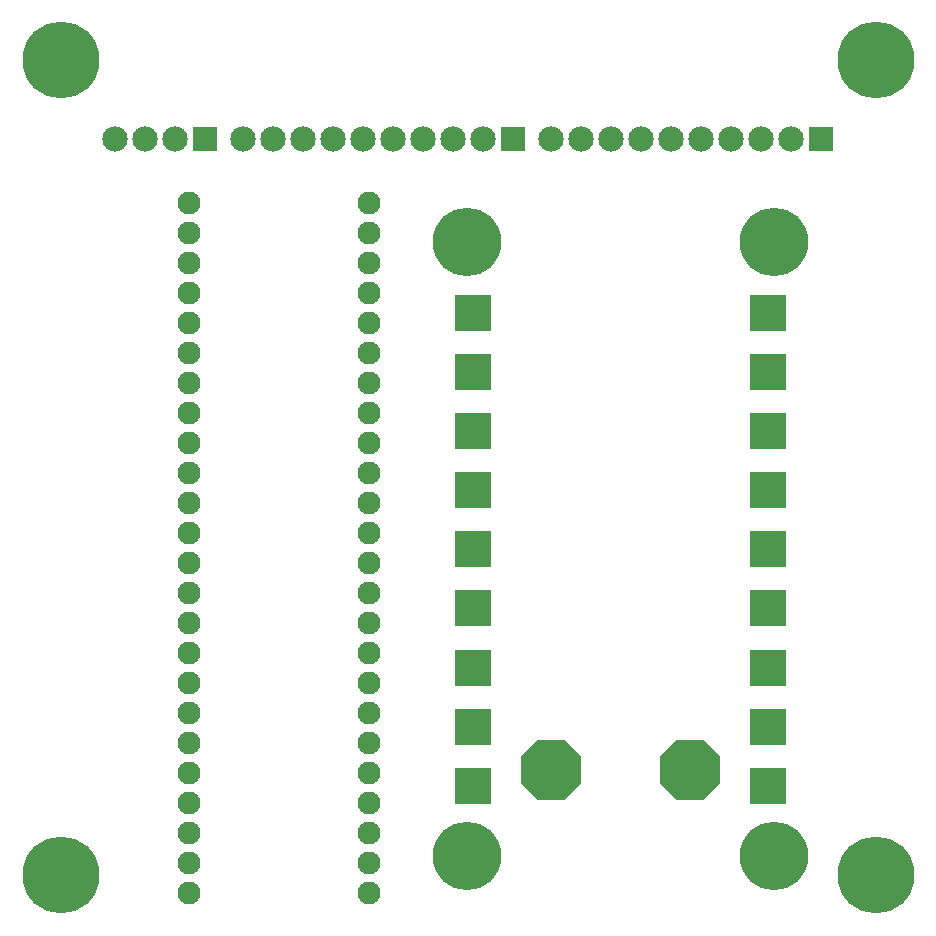
<source format=gbs>
G04*
G04 #@! TF.GenerationSoftware,Altium Limited,Altium Designer,20.1.11 (218)*
G04*
G04 Layer_Color=16711935*
%FSAX24Y24*%
%MOIN*%
G70*
G04*
G04 #@! TF.SameCoordinates,8D6CE9FB-AABF-4BDC-A6A6-A5C6F517AC22*
G04*
G04*
G04 #@! TF.FilePolarity,Negative*
G04*
G01*
G75*
%ADD22R,0.0846X0.0846*%
%ADD23C,0.0846*%
%ADD24C,0.0768*%
%ADD25R,0.1240X0.1240*%
%ADD26C,0.2283*%
%ADD27P,0.2195X8X292.5*%
%ADD28C,0.2559*%
%ADD29C,0.0559*%
D22*
X018690Y038401D02*
D03*
X039210Y038401D02*
D03*
X028950D02*
D03*
D23*
X017690D02*
D03*
X016690Y038401D02*
D03*
X015690D02*
D03*
X038210Y038401D02*
D03*
X037210D02*
D03*
X036210Y038401D02*
D03*
X035210Y038401D02*
D03*
X034210D02*
D03*
X033210Y038401D02*
D03*
X032210Y038401D02*
D03*
X031210D02*
D03*
X030210D02*
D03*
X027950D02*
D03*
X026950D02*
D03*
X025950Y038401D02*
D03*
X024950Y038401D02*
D03*
X023950D02*
D03*
X022950Y038401D02*
D03*
X021950Y038401D02*
D03*
X020950D02*
D03*
X019950D02*
D03*
D24*
X018143Y018273D02*
D03*
X024143Y034273D02*
D03*
X018143Y019273D02*
D03*
X024143Y033273D02*
D03*
Y035273D02*
D03*
Y032273D02*
D03*
X018143Y021273D02*
D03*
X024143Y031273D02*
D03*
X018143Y030273D02*
D03*
Y031273D02*
D03*
Y020273D02*
D03*
Y022273D02*
D03*
Y033273D02*
D03*
Y036273D02*
D03*
Y035273D02*
D03*
Y025273D02*
D03*
Y032273D02*
D03*
Y023273D02*
D03*
Y026273D02*
D03*
Y024273D02*
D03*
X024143Y036273D02*
D03*
Y030273D02*
D03*
Y029273D02*
D03*
Y028273D02*
D03*
Y026273D02*
D03*
Y025273D02*
D03*
Y024273D02*
D03*
Y023273D02*
D03*
Y022273D02*
D03*
Y021273D02*
D03*
Y020273D02*
D03*
Y019273D02*
D03*
Y018273D02*
D03*
Y017273D02*
D03*
Y016273D02*
D03*
Y015273D02*
D03*
Y014273D02*
D03*
X018143Y034273D02*
D03*
Y013273D02*
D03*
Y015273D02*
D03*
Y028273D02*
D03*
Y029273D02*
D03*
X024143Y027273D02*
D03*
X018143Y016273D02*
D03*
Y017273D02*
D03*
X024143Y013273D02*
D03*
X018143Y027273D02*
D03*
Y014273D02*
D03*
D25*
X027608Y030637D02*
D03*
Y028668D02*
D03*
Y026700D02*
D03*
Y024731D02*
D03*
Y022763D02*
D03*
Y020794D02*
D03*
Y018826D02*
D03*
Y016857D02*
D03*
X037450D02*
D03*
Y018826D02*
D03*
Y020794D02*
D03*
Y022763D02*
D03*
Y024731D02*
D03*
Y026700D02*
D03*
Y028668D02*
D03*
Y030637D02*
D03*
X027608Y032605D02*
D03*
X037450Y032605D02*
D03*
D26*
X027411Y014495D02*
D03*
X037647D02*
D03*
Y034967D02*
D03*
X027411D02*
D03*
D27*
X034852Y017369D02*
D03*
X030206D02*
D03*
D28*
X041033Y041033D02*
D03*
X013867Y013867D02*
D03*
X013887Y041033D02*
D03*
X041033Y013867D02*
D03*
D29*
X041715Y040350D02*
D03*
X041033Y040068D02*
D03*
X040350Y040350D02*
D03*
X040068Y041033D02*
D03*
X040350Y041715D02*
D03*
X041715D02*
D03*
X041998Y041033D02*
D03*
X041033Y041998D02*
D03*
X013867Y014832D02*
D03*
X014832Y013867D02*
D03*
X014550Y014550D02*
D03*
X013185D02*
D03*
X012902Y013867D02*
D03*
X013185Y013185D02*
D03*
X013867Y012902D02*
D03*
X014550Y013185D02*
D03*
Y040350D02*
D03*
X013867Y040068D02*
D03*
X013185Y040350D02*
D03*
X012902Y041033D02*
D03*
X013185Y041715D02*
D03*
X014550D02*
D03*
X014832Y041033D02*
D03*
X013867Y041998D02*
D03*
X041715Y013185D02*
D03*
X041033Y012902D02*
D03*
X040350Y013185D02*
D03*
X040068Y013867D02*
D03*
X040350Y014550D02*
D03*
X041715D02*
D03*
X041998Y013867D02*
D03*
X041033Y014832D02*
D03*
M02*

</source>
